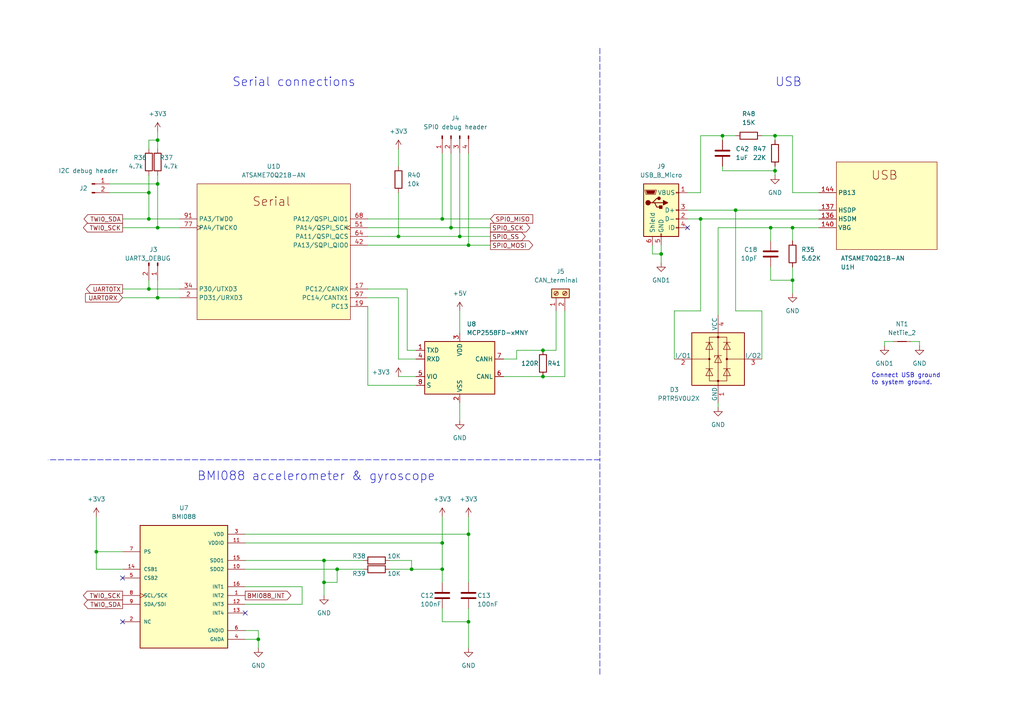
<source format=kicad_sch>
(kicad_sch (version 20211123) (generator eeschema)
  (paper "A4")
  (title_block (title "Flight Controller") (date "2023-01-29") (rev "0.1"))
  (lib_symbols
    (symbol "ATSAME70Q21B-AN_1"
      (property "Reference" "U2" (at -15.24 -5.08 0))
      (property "Value" "ATSAME70Q21B-AN_1" (at -7.62 -2.54 0))
      (symbol "ATSAME70Q21B-AN_1_1_1"
        (text "WiFi" (at 0 21.59 0) (effects (font (size 2.54 2.54))))
        (pin output line (at 21.59 13.97 180) (length 5.08) (name "PB4") (number "105"))
        (pin input line (at 21.59 8.89 180) (length 5.08) (name "PB1") (number "20"))
        (pin output clock (at 21.59 6.35 180) (length 5.08) (name "PB0/RTCOUT0") (number "21"))
        (pin output line (at 21.59 11.43 180) (length 5.08) (name "PB2") (number "26"))
      )
      (symbol "ATSAME70Q21B-AN_1_2_1"
        (text "ISI" (at 0 33.02 0) (effects (font (size 2.54 2.54))))
        (pin bidirectional line (at 21.59 27.94 180) (length 5.08) (name "PA6/PCK0") (number "114"))
        (pin bidirectional line (at -22.86 22.86 0) (length 5.08) (name "PB3/ISI_D2") (number "31"))
        (pin bidirectional line (at 21.59 8.89 180) (length 5.08) (name "PA21") (number "32"))
        (pin bidirectional line (at 21.59 6.35 180) (length 5.08) (name "PA22") (number "37"))
        (pin bidirectional line (at 21.59 15.24 180) (length 5.08) (name "PD25/ISI_VREF") (number "52"))
        (pin bidirectional line (at 21.59 17.78 180) (length 5.08) (name "PD24/ISI_HSYNC") (number "55"))
        (pin bidirectional line (at 21.59 22.86 180) (length 5.08) (name "PA24/ISI_PCK") (number "56"))
        (pin bidirectional line (at -22.86 27.94 0) (length 5.08) (name "PD22/ISI_D0") (number "60"))
        (pin bidirectional line (at -22.86 25.4 0) (length 5.08) (name "PD21/ISI_D1") (number "63"))
        (pin bidirectional line (at -22.86 10.16 0) (length 5.08) (name "PA27/ISI_D7") (number "70"))
        (pin bidirectional line (at -22.86 17.78 0) (length 5.08) (name "PA5/ISI_D4") (number "73"))
        (pin bidirectional line (at -22.86 20.32 0) (length 5.08) (name "PA9/ISI_D3") (number "75"))
        (pin bidirectional line (at -22.86 12.7 0) (length 5.08) (name "PD12/ISI_D6") (number "92"))
        (pin bidirectional line (at -22.86 15.24 0) (length 5.08) (name "PD11/ISI_D5") (number "98"))
      )
      (symbol "ATSAME70Q21B-AN_1_3_1"
        (text "SDRAM" (at 0 54.61 0) (effects (font (size 2.54 2.54))))
        (pin bidirectional line (at 22.86 22.86 180) (length 5.08) (name "PE3/D11") (number "10"))
        (pin bidirectional line (at 22.86 5.08 180) (length 5.08) (name "PD15/NBS1") (number "106"))
        (pin bidirectional line (at -24.13 5.08 0) (length 5.08) (name "PD29/SDWE") (number "108"))
        (pin bidirectional line (at 22.86 50.8 180) (length 5.08) (name "PC0/D0") (number "11"))
        (pin bidirectional line (at 22.86 7.62 180) (length 5.08) (name "PC18/NBS0") (number "111"))
        (pin bidirectional line (at -24.13 33.02 0) (length 5.08) (name "PC27/A9") (number "12"))
        (pin bidirectional line (at -24.13 50.8 0) (length 5.08) (name "PC20/A2") (number "120"))
        (pin bidirectional line (at -24.13 48.26 0) (length 5.08) (name "PC21/A3") (number "122"))
        (pin bidirectional line (at -24.13 45.72 0) (length 5.08) (name "PC22/A4") (number "124"))
        (pin bidirectional line (at -24.13 43.18 0) (length 5.08) (name "PC23/A5") (number "127"))
        (pin bidirectional line (at -24.13 35.56 0) (length 5.08) (name "PC26/A8") (number "13"))
        (pin bidirectional line (at -24.13 40.64 0) (length 5.08) (name "PC24/A6") (number "130"))
        (pin bidirectional line (at -24.13 38.1 0) (length 5.08) (name "PC25/A7") (number "133"))
        (pin bidirectional line (at -24.13 27.94 0) (length 5.08) (name "PC29/A11") (number "16"))
        (pin bidirectional line (at -24.13 12.7 0) (length 5.08) (name "PC15/SDCS") (number "18"))
        (pin bidirectional line (at -24.13 22.86 0) (length 5.08) (name "PA20/BA0") (number "22"))
        (pin bidirectional line (at 22.86 20.32 180) (length 5.08) (name "PE4/D12") (number "27"))
        (pin bidirectional line (at 22.86 17.78 180) (length 5.08) (name "PE5/D13") (number "28"))
        (pin bidirectional line (at 22.86 48.26 180) (length 5.08) (name "PC1/D1") (number "38"))
        (pin bidirectional line (at 22.86 45.72 180) (length 5.08) (name "PC2/D2") (number "39"))
        (pin bidirectional line (at 22.86 30.48 180) (length 5.08) (name "PE0/D8") (number "4"))
        (pin bidirectional line (at 22.86 43.18 180) (length 5.08) (name "PC3/D3") (number "40"))
        (pin bidirectional line (at 22.86 40.64 180) (length 5.08) (name "PC4/D4") (number "41"))
        (pin bidirectional line (at 22.86 12.7 180) (length 5.08) (name "PA16/D15") (number "45"))
        (pin bidirectional line (at 22.86 33.02 180) (length 5.08) (name "PC7/D7") (number "48"))
        (pin bidirectional line (at 22.86 15.24 180) (length 5.08) (name "PA15/D14") (number "49"))
        (pin bidirectional line (at 22.86 35.56 180) (length 5.08) (name "PC6/D6") (number "54"))
        (pin bidirectional line (at -24.13 17.78 0) (length 5.08) (name "PD23/SDCK") (number "57"))
        (pin bidirectional line (at 22.86 38.1 180) (length 5.08) (name "PC5/D5") (number "58"))
        (pin bidirectional line (at 22.86 27.94 180) (length 5.08) (name "PE1/D9") (number "6"))
        (pin bidirectional line (at 22.86 25.4 180) (length 5.08) (name "PE2/D10") (number "7"))
        (pin bidirectional line (at -24.13 7.62 0) (length 5.08) (name "PD17/CAS") (number "74"))
        (pin bidirectional line (at -24.13 30.48 0) (length 5.08) (name "PC28/A10") (number "76"))
        (pin bidirectional line (at -24.13 10.16 0) (length 5.08) (name "PD16/RAS") (number "78"))
        (pin bidirectional line (at -24.13 15.24 0) (length 5.08) (name "PD14/SDCKE") (number "84"))
        (pin bidirectional line (at -24.13 25.4 0) (length 5.08) (name "PD13/SDA10") (number "88"))
      )
      (symbol "ATSAME70Q21B-AN_1_4_1"
        (text "Serial" (at 0 34.29 0) (effects (font (size 2.54 2.54))))
        (pin input line (at 27.94 8.89 180) (length 5.08) (name "PC12/CANRX") (number "17"))
        (pin output line (at 27.94 3.81 180) (length 5.08) (name "PC13") (number "19"))
        (pin input line (at -26.67 6.35 0) (length 5.08) (name "PD31/URXD3") (number "2"))
        (pin output line (at -26.67 8.89 0) (length 5.08) (name "P30/UTXD3") (number "34"))
        (pin output line (at 27.94 21.59 180) (length 5.08) (name "PA13/SQPI_QIO0") (number "42"))
        (pin output clock (at 27.94 26.67 180) (length 5.08) (name "PA14/QSPI_SCK") (number "51"))
        (pin output line (at 27.94 24.13 180) (length 5.08) (name "PA11/QSPI_QCS") (number "64"))
        (pin input line (at 27.94 29.21 180) (length 5.08) (name "PA12/QSPI_QIO1") (number "68"))
        (pin output clock (at -26.67 26.67 0) (length 5.08) (name "PA4/TWCK0") (number "77"))
        (pin bidirectional line (at -26.67 29.21 0) (length 5.08) (name "PA3/TWD0") (number "91"))
        (pin output line (at 27.94 6.35 180) (length 5.08) (name "PC14/CANTX1") (number "97"))
      )
      (symbol "ATSAME70Q21B-AN_1_5_1"
        (text "Debug" (at 0 31.75 0) (effects (font (size 2.54 2.54))))
        (pin input line (at -24.13 17.78 0) (length 5.08) (name "JTAGSEL") (number "104"))
        (pin bidirectional line (at -24.13 5.08 0) (length 5.08) (name "PB5/TRACESWO") (number "109"))
        (pin output clock (at 22.86 15.24 180) (length 5.08) (name "PD8/TRACEDCLK") (number "113"))
        (pin input line (at 22.86 17.78 180) (length 5.08) (name "PD7/TRACED3") (number "119"))
        (pin input line (at 22.86 20.32 180) (length 5.08) (name "PD6/TRACED2") (number "121"))
        (pin input line (at 22.86 22.86 180) (length 5.08) (name "PD5/TRACED1") (number "125"))
        (pin input line (at 22.86 25.4 180) (length 5.08) (name "PD4/TRACED0") (number "126"))
        (pin bidirectional line (at -24.13 7.62 0) (length 5.08) (name "PB6/SWIO") (number "79"))
        (pin bidirectional line (at -24.13 25.4 0) (length 5.08) (name "NRST") (number "83"))
        (pin input line (at -24.13 22.86 0) (length 5.08) (name "TST") (number "85"))
        (pin input clock (at -24.13 10.16 0) (length 5.08) (name "PB7/SWCLK") (number "89"))
      )
      (symbol "ATSAME70Q21B-AN_1_6_1"
        (text "Power" (at -1.27 43.18 0) (effects (font (size 2.54 2.54))))
        (pin passive line (at 19.05 16.51 180) (length 5.08) hide (name "VDDCORE") (number "107"))
        (pin passive line (at 19.05 3.81 180) (length 5.08) hide (name "GND") (number "115"))
        (pin power_in line (at 19.05 13.97 180) (length 5.08) (name "VDDPLL") (number "123"))
        (pin power_in line (at 19.05 34.29 180) (length 5.08) (name "VDDUTMII") (number "134"))
        (pin passive line (at 19.05 3.81 180) (length 5.08) hide (name "GND") (number "135"))
        (pin passive line (at 19.05 3.81 180) (length 5.08) hide (name "GND") (number "138"))
        (pin power_in line (at 19.05 11.43 180) (length 5.08) (name "VDDUTMIC") (number "139"))
        (pin power_in line (at 19.05 31.75 180) (length 5.08) (name "VDDPLLUSB") (number "143"))
        (pin power_in line (at 19.05 16.51 180) (length 5.08) (name "VDDCORE") (number "29"))
        (pin power_out line (at 19.05 19.05 180) (length 5.08) (name "VDDOUT") (number "3"))
        (pin power_in line (at 19.05 29.21 180) (length 5.08) (name "VDDIO") (number "30"))
        (pin passive line (at 19.05 16.51 180) (length 5.08) hide (name "VDDCORE") (number "33"))
        (pin passive line (at 19.05 29.21 180) (length 5.08) hide (name "VDDIO") (number "43"))
        (pin power_in line (at 19.05 3.81 180) (length 5.08) (name "GND") (number "44"))
        (pin power_in line (at 19.05 24.13 180) (length 5.08) (name "VDDIN") (number "5"))
        (pin passive line (at 19.05 16.51 180) (length 5.08) hide (name "VDDCORE") (number "50"))
        (pin passive line (at 19.05 3.81 180) (length 5.08) hide (name "GND") (number "61"))
        (pin passive line (at 19.05 29.21 180) (length 5.08) hide (name "VDDIO") (number "72"))
        (pin power_in line (at -22.86 3.81 0) (length 5.08) (name "VREFN") (number "8"))
        (pin passive line (at 19.05 29.21 180) (length 5.08) hide (name "VDDIO") (number "80"))
        (pin passive line (at 19.05 16.51 180) (length 5.08) hide (name "VDDCORE") (number "81"))
        (pin power_in line (at -22.86 6.35 0) (length 5.08) (name "VREFP") (number "9"))
        (pin passive line (at 19.05 3.81 180) (length 5.08) hide (name "GND") (number "95"))
        (pin passive line (at 19.05 29.21 180) (length 5.08) hide (name "VDDIO") (number "96"))
      )
      (symbol "ATSAME70Q21B-AN_1_7_1"
        (text "GPIO/EXTI" (at -1.27 62.23 0) (effects (font (size 2.54 2.54))))
        (pin bidirectional line (at 31.75 34.29 180) (length 5.08) (name "PD0") (number "1"))
        (pin bidirectional line (at 31.75 49.53 180) (length 5.08) (name "PC16") (number "100"))
        (pin bidirectional line (at 31.75 21.59 180) (length 5.08) (name "PD10") (number "101"))
        (pin bidirectional line (at -33.02 46.99 0) (length 5.08) (name "PA0") (number "102"))
        (pin bidirectional line (at 31.75 46.99 180) (length 5.08) (name "PC17") (number "103"))
        (pin bidirectional line (at 31.75 24.13 180) (length 5.08) (name "PD9") (number "110"))
        (pin bidirectional line (at -33.02 21.59 0) (length 5.08) (name "PA28") (number "112"))
        (pin bidirectional line (at -33.02 16.51 0) (length 5.08) (name "PA30") (number "116"))
        (pin bidirectional line (at 31.75 44.45 180) (length 5.08) (name "PC19") (number "117"))
        (pin bidirectional line (at -33.02 13.97 0) (length 5.08) (name "PA31") (number "118"))
        (pin bidirectional line (at 31.75 26.67 180) (length 5.08) (name "PD3") (number "128"))
        (pin bidirectional line (at -33.02 19.05 0) (length 5.08) (name "PA29") (number "129"))
        (pin bidirectional line (at 31.75 29.21 180) (length 5.08) (name "PD2") (number "131"))
        (pin bidirectional line (at 31.75 31.75 180) (length 5.08) (name "PD1") (number "132"))
        (pin bidirectional line (at 31.75 39.37 180) (length 5.08) (name "PC31") (number "14"))
        (pin bidirectional line (at 31.75 41.91 180) (length 5.08) (name "PC30") (number "15"))
        (pin bidirectional line (at -33.02 31.75 0) (length 5.08) (name "PA19") (number "23"))
        (pin bidirectional line (at -33.02 34.29 0) (length 5.08) (name "PA18") (number "24"))
        (pin bidirectional line (at -33.02 36.83 0) (length 5.08) (name "PA17") (number "25"))
        (pin bidirectional line (at -33.02 29.21 0) (length 5.08) (name "PA23") (number "46"))
        (pin bidirectional line (at 31.75 8.89 180) (length 5.08) (name "PD27") (number "47"))
        (pin bidirectional line (at 31.75 11.43 180) (length 5.08) (name "PD26") (number "53"))
        (pin bidirectional line (at -33.02 26.67 0) (length 5.08) (name "PA25") (number "59"))
        (pin bidirectional line (at -33.02 24.13 0) (length 5.08) (name "PA26") (number "62"))
        (pin bidirectional line (at 31.75 13.97 180) (length 5.08) (name "PD20") (number "65"))
        (pin bidirectional line (at -33.02 39.37 0) (length 5.08) (name "PA10") (number "66"))
        (pin bidirectional line (at 31.75 16.51 180) (length 5.08) (name "PD19") (number "67"))
        (pin bidirectional line (at 31.75 19.05 180) (length 5.08) (name "PD18") (number "69"))
        (pin bidirectional line (at 31.75 6.35 180) (length 5.08) (name "PD28") (number "71"))
        (pin bidirectional line (at 31.75 59.69 180) (length 5.08) (name "PC8") (number "82"))
        (pin bidirectional line (at 31.75 57.15 180) (length 5.08) (name "PC9") (number "86"))
        (pin bidirectional line (at -33.02 8.89 0) (length 5.08) (name "PB12/ERASE") (number "87"))
        (pin bidirectional line (at 31.75 54.61 180) (length 5.08) (name "PC10") (number "90"))
        (pin bidirectional line (at -33.02 41.91 0) (length 5.08) (name "PA2") (number "93"))
        (pin bidirectional line (at 31.75 52.07 180) (length 5.08) (name "PC11") (number "94"))
        (pin bidirectional line (at -33.02 44.45 0) (length 5.08) (name "PA1") (number "99"))
      )
      (symbol "ATSAME70Q21B-AN_1_8_1"
        (text "USB" (at 0 21.59 0) (effects (font (size 2.54 2.54))))
        (pin bidirectional line (at -19.05 8.89 0) (length 5.08) (name "HSDM") (number "136"))
        (pin bidirectional line (at -19.05 11.43 0) (length 5.08) (name "HSDP") (number "137"))
        (pin input line (at -19.05 6.35 0) (length 5.08) (name "VBG") (number "140"))
        (pin bidirectional line (at -19.05 16.51 0) (length 5.08) (name "PB13") (number "144"))
      )
      (symbol "ATSAME70Q21B-AN_1_9_1"
        (text "Crystals" (at 0 13.97 0) (effects (font (size 2.54 2.54))))
        (pin bidirectional line (at 21.59 7.62 180) (length 5.08) (name "PB8/XOUT") (number "141"))
        (pin bidirectional line (at 21.59 5.08 180) (length 5.08) (name "PB9/XIN") (number "142"))
        (pin bidirectional line (at -21.59 7.62 0) (length 5.08) (name "PA7/XIN32") (number "35"))
        (pin bidirectional line (at -21.59 5.08 0) (length 5.08) (name "PA8/XOUT32") (number "36"))
      )
    )
    (symbol "BMI088:BMI088" (pin_names (offset 1.016))
      (property "Reference" "U" (at -12.7 18.415 0))
      (property "Value" "BMI088" (at -12.7 -20.32 0))
      (symbol "BMI088_0_0"
        (pin bidirectional line (at 17.78 -2.54 180) (length 5.08) (name "INT2") (number "1"))
        (pin input line (at 17.78 5.08 180) (length 5.08) (name "SDO2") (number "10"))
        (pin power_in line (at 17.78 12.7 180) (length 5.08) (name "VDDIO") (number "11"))
        (pin bidirectional line (at 17.78 -5.08 180) (length 5.08) (name "INT3") (number "12"))
        (pin bidirectional line (at 17.78 -7.62 180) (length 5.08) (name "INT4") (number "13"))
        (pin input line (at -17.78 5.08 0) (length 5.08) (name "CSB1") (number "14"))
        (pin input line (at 17.78 7.62 180) (length 5.08) (name "SDO1") (number "15"))
        (pin bidirectional line (at 17.78 0 180) (length 5.08) (name "INT1") (number "16"))
        (pin passive line (at -17.78 -10.16 0) (length 5.08) (name "NC") (number "2"))
        (pin power_in line (at 17.78 15.24 180) (length 5.08) (name "VDD") (number "3"))
        (pin power_in line (at 17.78 -15.24 180) (length 5.08) (name "GNDA") (number "4"))
        (pin input line (at -17.78 2.54 0) (length 5.08) (name "CSB2") (number "5"))
        (pin power_in line (at 17.78 -12.7 180) (length 5.08) (name "GNDIO") (number "6"))
        (pin input line (at -17.78 10.16 0) (length 5.08) (name "PS") (number "7"))
        (pin input clock (at -17.78 -2.54 0) (length 5.08) (name "SCL/SCK") (number "8"))
        (pin bidirectional line (at -17.78 -5.08 0) (length 5.08) (name "SDA/SDI") (number "9"))
      )
    )
    (symbol "Connector:Conn_01x02_Male" (pin_names (offset 1.016) hide)
      (property "Reference" "J" (at 0 2.54 0))
      (property "Value" "Conn_01x02_Male" (at 0 -5.08 0))
      (symbol "Conn_01x02_Male_1_1"
        (pin passive line (at 5.08 0 180) (length 3.81) (name "Pin_1") (number "1"))
        (pin passive line (at 5.08 -2.54 180) (length 3.81) (name "Pin_2") (number "2"))
      )
    )
    (symbol "Connector:Conn_01x04_Male" (pin_names (offset 1.016) hide)
      (property "Reference" "J" (at 0 5.08 0))
      (property "Value" "Conn_01x04_Male" (at 0 -7.62 0))
      (symbol "Conn_01x04_Male_1_1"
        (pin passive line (at 5.08 2.54 180) (length 3.81) (name "Pin_1") (number "1"))
        (pin passive line (at 5.08 0 180) (length 3.81) (name "Pin_2") (number "2"))
        (pin passive line (at 5.08 -2.54 180) (length 3.81) (name "Pin_3") (number "3"))
        (pin passive line (at 5.08 -5.08 180) (length 3.81) (name "Pin_4") (number "4"))
      )
    )
    (symbol "Connector:Screw_Terminal_01x02" (pin_names (offset 1.016) hide)
      (property "Reference" "J" (at 0 2.54 0))
      (property "Value" "Screw_Terminal_01x02" (at 0 -5.08 0))
      (symbol "Screw_Terminal_01x02_1_1"
        (pin passive line (at -5.08 0 0) (length 3.81) (name "Pin_1") (number "1"))
        (pin passive line (at -5.08 -2.54 0) (length 3.81) (name "Pin_2") (number "2"))
      )
    )
    (symbol "Connector:USB_B_Micro" (pin_names (offset 1.016))
      (property "Reference" "J" (at -5.08 11.43 0))
      (property "Value" "USB_B_Micro" (at -5.08 8.89 0))
      (symbol "USB_B_Micro_1_1"
        (pin power_out line (at 7.62 5.08 180) (length 2.54) (name "VBUS") (number "1"))
        (pin bidirectional line (at 7.62 -2.54 180) (length 2.54) (name "D-") (number "2"))
        (pin bidirectional line (at 7.62 0 180) (length 2.54) (name "D+") (number "3"))
        (pin passive line (at 7.62 -5.08 180) (length 2.54) (name "ID") (number "4"))
        (pin power_out line (at 0 -10.16 90) (length 2.54) (name "GND") (number "5"))
        (pin passive line (at -2.54 -10.16 90) (length 2.54) (name "Shield") (number "6"))
      )
    )
    (symbol "Device:C" (pin_numbers hide) (pin_names (offset 0.254))
      (property "Reference" "C" (at 0.635 2.54 0))
      (property "Value" "C" (at 0.635 -2.54 0))
      (symbol "C_1_1"
        (pin passive line (at 0 3.81 270) (length 2.794) (name "~") (number "1"))
        (pin passive line (at 0 -3.81 90) (length 2.794) (name "~") (number "2"))
      )
    )
    (symbol "Device:NetTie_2" (pin_numbers hide) (pin_names (offset 0) hide) (in_bom no)
      (property "Reference" "NT" (at 0 1.27 0))
      (property "Value" "NetTie_2" (at 0 -1.27 0))
      (symbol "NetTie_2_1_1"
        (pin passive line (at -2.54 0 0) (length 2.54) (name "1") (number "1"))
        (pin passive line (at 2.54 0 180) (length 2.54) (name "2") (number "2"))
      )
    )
    (symbol "Device:R" (pin_numbers hide) (pin_names (offset 0))
      (property "Reference" "R" (at 2.032 0 90))
      (property "Value" "R" (at 0 0 90))
      (symbol "R_1_1"
        (pin passive line (at 0 3.81 270) (length 1.27) (name "~") (number "1"))
        (pin passive line (at 0 -3.81 90) (length 1.27) (name "~") (number "2"))
      )
    )
    (symbol "Power_Protection:PRTR5V0U2X" (pin_names (offset 0))
      (property "Reference" "D" (at 2.794 8.636 0))
      (property "Value" "PRTR5V0U2X" (at 8.128 -9.398 0))
      (symbol "PRTR5V0U2X_1_1"
        (pin passive line (at 0 -12.7 90) (length 5.08) (name "GND") (number "1"))
        (pin passive line (at -12.7 0 0) (length 5.08) (name "I/O1") (number "2"))
        (pin passive line (at 12.7 0 180) (length 5.08) (name "I/O2") (number "3"))
        (pin passive line (at 0 12.7 270) (length 5.08) (name "VCC") (number "4"))
      )
    )
    (symbol "atsame70q21b-an:ATSAME70Q21B-AN"
      (property "Reference" "U2" (at -15.24 -5.08 0))
      (property "Value" "ATSAME70Q21B-AN" (at -7.62 -2.54 0))
      (symbol "ATSAME70Q21B-AN_1_1"
        (text "WiFi" (at 0 21.59 0) (effects (font (size 2.54 2.54))))
        (pin output line (at 21.59 13.97 180) (length 5.08) (name "PB4") (number "105"))
        (pin input line (at 21.59 8.89 180) (length 5.08) (name "PB1") (number "20"))
        (pin output clock (at 21.59 6.35 180) (length 5.08) (name "PB0/RTCOUT0") (number "21"))
        (pin output line (at 21.59 11.43 180) (length 5.08) (name "PB2") (number "26"))
      )
      (symbol "ATSAME70Q21B-AN_2_1"
        (text "ISI" (at 0 33.02 0) (effects (font (size 2.54 2.54))))
        (pin bidirectional line (at 21.59 27.94 180) (length 5.08) (name "PA6/PCK0") (number "114"))
        (pin bidirectional line (at -22.86 22.86 0) (length 5.08) (name "PB3/ISI_D2") (number "31"))
        (pin bidirectional line (at 21.59 8.89 180) (length 5.08) (name "PA21") (number "32"))
        (pin bidirectional line (at 21.59 6.35 180) (length 5.08) (name "PA22") (number "37"))
        (pin bidirectional line (at 21.59 15.24 180) (length 5.08) (name "PD25/ISI_VREF") (number "52"))
        (pin bidirectional line (at 21.59 17.78 180) (length 5.08) (name "PD24/ISI_HSYNC") (number "55"))
        (pin bidirectional line (at 21.59 22.86 180) (length 5.08) (name "PA24/ISI_PCK") (number "56"))
        (pin bidirectional line (at -22.86 27.94 0) (length 5.08) (name "PD22/ISI_D0") (number "60"))
        (pin bidirectional line (at -22.86 25.4 0) (length 5.08) (name "PD21/ISI_D1") (number "63"))
        (pin bidirectional line (at -22.86 10.16 0) (length 5.08) (name "PA27/ISI_D7") (number "70"))
        (pin bidirectional line (at -22.86 17.78 0) (length 5.08) (name "PA5/ISI_D4") (number "73"))
        (pin bidirectional line (at -22.86 20.32 0) (length 5.08) (name "PA9/ISI_D3") (number "75"))
        (pin bidirectional line (at -22.86 12.7 0) (length 5.08) (name "PD12/ISI_D6") (number "92"))
        (pin bidirectional line (at -22.86 15.24 0) (length 5.08) (name "PD11/ISI_D5") (number "98"))
      )
      (symbol "ATSAME70Q21B-AN_3_1"
        (text "SDRAM" (at 0 54.61 0) (effects (font (size 2.54 2.54))))
        (pin bidirectional line (at 22.86 22.86 180) (length 5.08) (name "PE3/D11") (number "10"))
        (pin bidirectional line (at 22.86 5.08 180) (length 5.08) (name "PD15/NBS1") (number "106"))
        (pin bidirectional line (at -24.13 5.08 0) (length 5.08) (name "PD29/SDWE") (number "108"))
        (pin bidirectional line (at 22.86 50.8 180) (length 5.08) (name "PC0/D0") (number "11"))
        (pin bidirectional line (at 22.86 7.62 180) (length 5.08) (name "PC18/NBS0") (number "111"))
        (pin bidirectional line (at -24.13 33.02 0) (length 5.08) (name "PC27/A9") (number "12"))
        (pin bidirectional line (at -24.13 50.8 0) (length 5.08) (name "PC20/A2") (number "120"))
        (pin bidirectional line (at -24.13 48.26 0) (length 5.08) (name "PC21/A3") (number "122"))
        (pin bidirectional line (at -24.13 45.72 0) (length 5.08) (name "PC22/A4") (number "124"))
        (pin bidirectional line (at -24.13 43.18 0) (length 5.08) (name "PC23/A5") (number "127"))
        (pin bidirectional line (at -24.13 35.56 0) (length 5.08) (name "PC26/A8") (number "13"))
        (pin bidirectional line (at -24.13 40.64 0) (length 5.08) (name "PC24/A6") (number "130"))
        (pin bidirectional line (at -24.13 38.1 0) (length 5.08) (name "PC25/A7") (number "133"))
        (pin bidirectional line (at -24.13 27.94 0) (length 5.08) (name "PC29/A11") (number "16"))
        (pin bidirectional line (at -24.13 12.7 0) (length 5.08) (name "PC15/SDCS") (number "18"))
        (pin bidirectional line (at -24.13 22.86 0) (length 5.08) (name "PA20/BA0") (number "22"))
        (pin bidirectional line (at 22.86 20.32 180) (length 5.08) (name "PE4/D12") (number "27"))
        (pin bidirectional line (at 22.86 17.78 180) (length 5.08) (name "PE5/D13") (number "28"))
        (pin bidirectional line (at 22.86 48.26 180) (length 5.08) (name "PC1/D1") (number "38"))
        (pin bidirectional line (at 22.86 45.72 180) (length 5.08) (name "PC2/D2") (number "39"))
        (pin bidirectional line (at 22.86 30.48 180) (length 5.08) (name "PE0/D8") (number "4"))
        (pin bidirectional line (at 22.86 43.18 180) (length 5.08) (name "PC3/D3") (number "40"))
        (pin bidirectional line (at 22.86 40.64 180) (length 5.08) (name "PC4/D4") (number "41"))
        (pin bidirectional line (at 22.86 12.7 180) (length 5.08) (name "PA16/D15") (number "45"))
        (pin bidirectional line (at 22.86 33.02 180) (length 5.08) (name "PC7/D7") (number "48"))
        (pin bidirectional line (at 22.86 15.24 180) (length 5.08) (name "PA15/D14") (number "49"))
        (pin bidirectional line (at 22.86 35.56 180) (length 5.08) (name "PC6/D6") (number "54"))
        (pin bidirectional line (at -24.13 17.78 0) (length 5.08) (name "PD23/SDCK") (number "57"))
        (pin bidirectional line (at 22.86 38.1 180) (length 5.08) (name "PC5/D5") (number "58"))
        (pin bidirectional line (at 22.86 27.94 180) (length 5.08) (name "PE1/D9") (number "6"))
        (pin bidirectional line (at 22.86 25.4 180) (length 5.08) (name "PE2/D10") (number "7"))
        (pin bidirectional line (at -24.13 7.62 0) (length 5.08) (name "PD17/CAS") (number "74"))
        (pin bidirectional line (at -24.13 30.48 0) (length 5.08) (name "PC28/A10") (number "76"))
        (pin bidirectional line (at -24.13 10.16 0) (length 5.08) (name "PD16/RAS") (number "78"))
        (pin bidirectional line (at -24.13 15.24 0) (length 5.08) (name "PD14/SDCKE") (number "84"))
        (pin bidirectional line (at -24.13 25.4 0) (length 5.08) (name "PD13/SDA10") (number "88"))
      )
      (symbol "ATSAME70Q21B-AN_4_1"
        (text "Serial" (at 0 34.29 0) (effects (font (size 2.54 2.54))))
        (pin input line (at 27.94 8.89 180) (length 5.08) (name "PC12/CANRX") (number "17"))
        (pin output line (at 27.94 3.81 180) (length 5.08) (name "PC13") (number "19"))
        (pin input line (at -26.67 6.35 0) (length 5.08) (name "PD31/URXD3") (number "2"))
        (pin output line (at -26.67 8.89 0) (length 5.08) (name "P30/UTXD3") (number "34"))
        (pin output line (at 27.94 21.59 180) (length 5.08) (name "PA13/SQPI_QIO0") (number "42"))
        (pin output clock (at 27.94 26.67 180) (length 5.08) (name "PA14/QSPI_SCK") (number "51"))
        (pin output line (at 27.94 24.13 180) (length 5.08) (name "PA11/QSPI_QCS") (number "64"))
        (pin input line (at 27.94 29.21 180) (length 5.08) (name "PA12/QSPI_QIO1") (number "68"))
        (pin output clock (at -26.67 26.67 0) (length 5.08) (name "PA4/TWCK0") (number "77"))
        (pin bidirectional line (at -26.67 29.21 0) (length 5.08) (name "PA3/TWD0") (number "91"))
        (pin output line (at 27.94 6.35 180) (length 5.08) (name "PC14/CANTX1") (number "97"))
      )
      (symbol "ATSAME70Q21B-AN_5_1"
        (text "Debug" (at 0 31.75 0) (effects (font (size 2.54 2.54))))
        (pin input line (at -24.13 17.78 0) (length 5.08) (name "JTAGSEL") (number "104"))
        (pin bidirectional line (at -24.13 5.08 0) (length 5.08) (name "PB5/TRACESWO") (number "109"))
        (pin output clock (at 22.86 15.24 180) (length 5.08) (name "PD8/TRACEDCLK") (number "113"))
        (pin input line (at 22.86 17.78 180) (length 5.08) (name "PD7/TRACED3") (number "119"))
        (pin input line (at 22.86 20.32 180) (length 5.08) (name "PD6/TRACED2") (number "121"))
        (pin input line (at 22.86 22.86 180) (length 5.08) (name "PD5/TRACED1") (number "125"))
        (pin input line (at 22.86 25.4 180) (length 5.08) (name "PD4/TRACED0") (number "126"))
        (pin bidirectional line (at -24.13 7.62 0) (length 5.08) (name "PB6/SWIO") (number "79"))
        (pin bidirectional line (at -24.13 25.4 0) (length 5.08) (name "NRST") (number "83"))
        (pin input line (at -24.13 22.86 0) (length 5.08) (name "TST") (number "85"))
        (pin input clock (at -24.13 10.16 0) (length 5.08) (name "PB7/SWCLK") (number "89"))
      )
      (symbol "ATSAME70Q21B-AN_6_1"
        (text "Power" (at -1.27 43.18 0) (effects (font (size 2.54 2.54))))
        (pin passive line (at 19.05 16.51 180) (length 5.08) hide (name "VDDCORE") (number "107"))
        (pin passive line (at 19.05 3.81 180) (length 5.08) hide (name "GND") (number "115"))
        (pin power_in line (at 19.05 13.97 180) (length 5.08) (name "VDDPLL") (number "123"))
        (pin power_in line (at 19.05 34.29 180) (length 5.08) (name "VDDUTMII") (number "134"))
        (pin passive line (at 19.05 3.81 180) (length 5.08) hide (name "GND") (number "135"))
        (pin passive line (at 19.05 3.81 180) (length 5.08) hide (name "GND") (number "138"))
        (pin power_in line (at 19.05 11.43 180) (length 5.08) (name "VDDUTMIC") (number "139"))
        (pin power_in line (at 19.05 31.75 180) (length 5.08) (name "VDDPLLUSB") (number "143"))
        (pin power_in line (at 19.05 16.51 180) (length 5.08) (name "VDDCORE") (number "29"))
        (pin power_out line (at 19.05 19.05 180) (length 5.08) (name "VDDOUT") (number "3"))
        (pin power_in line (at 19.05 29.21 180) (length 5.08) (name "VDDIO") (number "30"))
        (pin passive line (at 19.05 16.51 180) (length 5.08) hide (name "VDDCORE") (number "33"))
        (pin passive line (at 19.05 29.21 180) (length 5.08) hide (name "VDDIO") (number "43"))
        (pin power_in line (at 19.05 3.81 180) (length 5.08) (name "GND") (number "44"))
        (pin power_in line (at 19.05 24.13 180) (length 5.08) (name "VDDIN") (number "5"))
        (pin passive line (at 19.05 16.51 180) (length 5.08) hide (name "VDDCORE") (number "50"))
        (pin passive line (at 19.05 3.81 180) (length 5.08) hide (name "GND") (number "61"))
        (pin passive line (at 19.05 29.21 180) (length 5.08) hide (name "VDDIO") (number "72"))
        (pin power_in line (at -22.86 3.81 0) (length 5.08) (name "VREFN") (number "8"))
        (pin passive line (at 19.05 29.21 180) (length 5.08) hide (name "VDDIO") (number "80"))
        (pin passive line (at 19.05 16.51 180) (length 5.08) hide (name "VDDCORE") (number "81"))
        (pin power_in line (at -22.86 6.35 0) (length 5.08) (name "VREFP") (number "9"))
        (pin passive line (at 19.05 3.81 180) (length 5.08) hide (name "GND") (number "95"))
        (pin passive line (at 19.05 29.21 180) (length 5.08) hide (name "VDDIO") (number "96"))
      )
      (symbol "ATSAME70Q21B-AN_7_1"
        (text "GPIO/EXTI" (at -1.27 62.23 0) (effects (font (size 2.54 2.54))))
        (pin bidirectional line (at 31.75 34.29 180) (length 5.08) (name "PD0") (number "1"))
        (pin bidirectional line (at 31.75 49.53 180) (length 5.08) (name "PC16") (number "100"))
        (pin bidirectional line (at 31.75 21.59 180) (length 5.08) (name "PD10") (number "101"))
        (pin bidirectional line (at -33.02 46.99 0) (length 5.08) (name "PA0") (number "102"))
        (pin bidirectional line (at 31.75 46.99 180) (length 5.08) (name "PC17") (number "103"))
        (pin bidirectional line (at 31.75 24.13 180) (length 5.08) (name "PD9") (number "110"))
        (pin bidirectional line (at -33.02 21.59 0) (length 5.08) (name "PA28") (number "112"))
        (pin bidirectional line (at -33.02 16.51 0) (length 5.08) (name "PA30") (number "116"))
        (pin bidirectional line (at 31.75 44.45 180) (length 5.08) (name "PC19") (number "117"))
        (pin bidirectional line (at -33.02 13.97 0) (length 5.08) (name "PA31") (number "118"))
        (pin bidirectional line (at 31.75 26.67 180) (length 5.08) (name "PD3") (number "128"))
        (pin bidirectional line (at -33.02 19.05 0) (length 5.08) (name "PA29") (number "129"))
        (pin bidirectional line (at 31.75 29.21 180) (length 5.08) (name "PD2") (number "131"))
        (pin bidirectional line (at 31.75 31.75 180) (length 5.08) (name "PD1") (number "132"))
        (pin bidirectional line (at 31.75 39.37 180) (length 5.08) (name "PC31") (number "14"))
        (pin bidirectional line (at 31.75 41.91 180) (length 5.08) (name "PC30") (number "15"))
        (pin bidirectional line (at -33.02 31.75 0) (length 5.08) (name "PA19") (number "23"))
        (pin bidirectional line (at -33.02 34.29 0) (length 5.08) (name "PA18") (number "24"))
        (pin bidirectional line (at -33.02 36.83 0) (length 5.08) (name "PA17") (number "25"))
        (pin bidirectional line (at -33.02 29.21 0) (length 5.08) (name "PA23") (number "46"))
        (pin bidirectional line (at 31.75 8.89 180) (length 5.08) (name "PD27") (number "47"))
        (pin bidirectional line (at 31.75 11.43 180) (length 5.08) (name "PD26") (number "53"))
        (pin bidirectional line (at -33.02 26.67 0) (length 5.08) (name "PA25") (number "59"))
        (pin bidirectional line (at -33.02 24.13 0) (length 5.08) (name "PA26") (number "62"))
        (pin bidirectional line (at 31.75 13.97 180) (length 5.08) (name "PD20") (number "65"))
        (pin bidirectional line (at -33.02 39.37 0) (length 5.08) (name "PA10") (number "66"))
        (pin bidirectional line (at 31.75 16.51 180) (length 5.08) (name "PD19") (number "67"))
        (pin bidirectional line (at 31.75 19.05 180) (length 5.08) (name "PD18") (number "69"))
        (pin bidirectional line (at 31.75 6.35 180) (length 5.08) (name "PD28") (number "71"))
        (pin bidirectional line (at 31.75 59.69 180) (length 5.08) (name "PC8") (number "82"))
        (pin bidirectional line (at 31.75 57.15 180) (length 5.08) (name "PC9") (number "86"))
        (pin bidirectional line (at -33.02 8.89 0) (length 5.08) (name "PB12/ERASE") (number "87"))
        (pin bidirectional line (at 31.75 54.61 180) (length 5.08) (name "PC10") (number "90"))
        (pin bidirectional line (at -33.02 41.91 0) (length 5.08) (name "PA2") (number "93"))
        (pin bidirectional line (at 31.75 52.07 180) (length 5.08) (name "PC11") (number "94"))
        (pin bidirectional line (at -33.02 44.45 0) (length 5.08) (name "PA1") (number "99"))
      )
      (symbol "ATSAME70Q21B-AN_8_1"
        (text "USB" (at 0 21.59 0) (effects (font (size 2.54 2.54))))
        (pin bidirectional line (at -19.05 8.89 0) (length 5.08) (name "HSDM") (number "136"))
        (pin bidirectional line (at -19.05 11.43 0) (length 5.08) (name "HSDP") (number "137"))
        (pin input line (at -19.05 6.35 0) (length 5.08) (name "VBG") (number "140"))
        (pin bidirectional line (at -19.05 16.51 0) (length 5.08) (name "PB13") (number "144"))
      )
      (symbol "ATSAME70Q21B-AN_9_1"
        (text "Crystals" (at 0 13.97 0) (effects (font (size 2.54 2.54))))
        (pin bidirectional line (at 21.59 7.62 180) (length 5.08) (name "PB8/XOUT") (number "141"))
        (pin bidirectional line (at 21.59 5.08 180) (length 5.08) (name "PB9/XIN") (number "142"))
        (pin bidirectional line (at -21.59 7.62 0) (length 5.08) (name "PA7/XIN32") (number "35"))
        (pin bidirectional line (at -21.59 5.08 0) (length 5.08) (name "PA8/XOUT32") (number "36"))
      )
    )
    (symbol "mcp2558fd-xmny:MCP2558FD-xMNY"
      (property "Reference" "U1" (at 2.0194 12.7 0))
      (property "Value" "MCP2558FD-xMNY" (at 2.0194 10.16 0))
      (symbol "MCP2558FD-xMNY_1_1"
        (pin output line (at -12.7 5.08 0) (length 2.54) (name "TXD") (number "1"))
        (pin power_in line (at 0 -10.16 90) (length 2.54) (name "VSS") (number "2"))
        (pin power_in line (at 0 10.16 270) (length 2.54) (name "VDD") (number "3"))
        (pin input line (at -12.7 2.54 0) (length 2.54) (name "RXD") (number "4"))
        (pin power_in line (at -12.7 -2.54 0) (length 2.54) (name "VIO") (number "5"))
        (pin bidirectional line (at 12.7 -2.54 180) (length 2.54) (name "CANL") (number "6"))
        (pin bidirectional line (at 12.7 2.54 180) (length 2.54) (name "CANH") (number "7"))
        (pin input line (at -12.7 -5.08 0) (length 2.54) (name "S") (number "8"))
        (pin passive line (at 0 -10.16 90) (length 2.54) hide (name "VSS") (number "9"))
      )
    )
    (symbol "power:+3V3" (power) (pin_names (offset 0))
      (property "Value" "+3V3" (at 0 3.556 0))
      (symbol "+3V3_1_1"
        (pin power_in line (at 0 0 90) (length 0) hide (name "+3V3") (number "1"))
      )
    )
    (symbol "power:+5V" (power) (pin_names (offset 0))
      (property "Value" "+5V" (at 0 3.556 0))
      (symbol "+5V_1_1"
        (pin power_in line (at 0 0 90) (length 0) hide (name "+5V") (number "1"))
      )
    )
    (symbol "power:GND" (power) (pin_names (offset 0))
      (property "Value" "GND" (at 0 -3.81 0))
      (symbol "GND_1_1"
        (pin power_in line (at 0 0 270) (length 0) hide (name "GND") (number "1"))
      )
    )
    (symbol "power:GND1" (power) (pin_names (offset 0))
      (property "Value" "GND1" (at 0 -3.81 0))
      (symbol "GND1_1_1"
        (pin power_in line (at 0 0 270) (length 0) hide (name "GND1") (number "1"))
      )
    )
  )
  (junction (at 27.94 160.02))
  (junction (at 135.89 180.34))
  (junction (at 43.18 55.88))
  (junction (at 74.93 185.42))
  (junction (at 45.72 40.64))
  (junction (at 45.72 53.34))
  (junction (at 191.77 73.66))
  (junction (at 157.48 101.6))
  (junction (at 209.55 39.37))
  (junction (at 130.81 66.04))
  (junction (at 93.98 162.56))
  (junction (at 45.72 66.04))
  (junction (at 128.27 165.1))
  (junction (at 97.79 165.1))
  (junction (at 229.87 81.28))
  (junction (at 43.18 63.5))
  (junction (at 224.79 39.37))
  (junction (at 203.2 63.5))
  (junction (at 119.38 165.1))
  (junction (at 135.89 71.12))
  (junction (at 93.98 168.91))
  (junction (at 43.18 83.82))
  (junction (at 223.52 66.04))
  (junction (at 213.36 60.96))
  (junction (at 45.72 86.36))
  (junction (at 115.57 68.58))
  (junction (at 224.79 49.53))
  (junction (at 135.89 154.94))
  (junction (at 128.27 63.5))
  (junction (at 128.27 157.48))
  (junction (at 157.48 109.22))
  (junction (at 229.87 66.04))
  (junction (at 133.35 68.58))
  (no_connect (at 71.12 177.8))
  (no_connect (at 35.56 167.64))
  (no_connect (at 199.39 66.04))
  (no_connect (at 35.56 180.34))
  (wire (pts (xy 213.36 60.96) (xy 213.36 90.17)))
  (wire (pts (xy 203.2 63.5) (xy 203.2 90.17)))
  (wire (pts (xy 52.07 66.04) (xy 45.72 66.04)))
  (wire (pts (xy 229.87 55.88) (xy 229.87 39.37)))
  (wire (pts (xy 52.07 63.5) (xy 43.18 63.5)))
  (wire (pts (xy 208.28 91.44) (xy 208.28 66.04)))
  (wire (pts (xy 135.89 44.45) (xy 135.89 71.12)))
  (wire (pts (xy 113.03 165.1) (xy 119.38 165.1)))
  (wire (pts (xy 71.12 165.1) (xy 97.79 165.1)))
  (wire (pts (xy 133.35 116.84) (xy 133.35 121.92)))
  (wire (pts (xy 135.89 154.94) (xy 135.89 168.91)))
  (wire (pts (xy 71.12 185.42) (xy 74.93 185.42)))
  (wire (pts (xy 106.68 71.12) (xy 135.89 71.12)))
  (polyline (pts (xy 173.99 13.97) (xy 173.99 133.35)))
  (wire (pts (xy 264.16 99.06) (xy 266.7 99.06)))
  (wire (pts (xy 203.2 63.5) (xy 237.49 63.5)))
  (wire (pts (xy 71.12 162.56) (xy 93.98 162.56)))
  (wire (pts (xy 209.55 48.26) (xy 209.55 49.53)))
  (wire (pts (xy 27.94 165.1) (xy 35.56 165.1)))
  (wire (pts (xy 118.11 101.6) (xy 118.11 83.82)))
  (wire (pts (xy 45.72 66.04) (xy 35.56 66.04)))
  (wire (pts (xy 128.27 63.5) (xy 142.24 63.5)))
  (wire (pts (xy 209.55 39.37) (xy 203.2 39.37)))
  (wire (pts (xy 223.52 81.28) (xy 229.87 81.28)))
  (wire (pts (xy 189.23 73.66) (xy 191.77 73.66)))
  (wire (pts (xy 224.79 39.37) (xy 220.98 39.37)))
  (wire (pts (xy 43.18 81.28) (xy 43.18 83.82)))
  (wire (pts (xy 224.79 48.26) (xy 224.79 49.53)))
  (wire (pts (xy 256.54 99.06) (xy 259.08 99.06)))
  (wire (pts (xy 128.27 149.86) (xy 128.27 157.48)))
  (wire (pts (xy 113.03 162.56) (xy 119.38 162.56)))
  (wire (pts (xy 71.12 154.94) (xy 135.89 154.94)))
  (wire (pts (xy 93.98 162.56) (xy 105.41 162.56)))
  (wire (pts (xy 120.65 111.76) (xy 106.68 111.76)))
  (wire (pts (xy 43.18 55.88) (xy 31.75 55.88)))
  (wire (pts (xy 45.72 40.64) (xy 45.72 43.18)))
  (wire (pts (xy 220.98 104.14) (xy 220.98 90.17)))
  (wire (pts (xy 133.35 68.58) (xy 142.24 68.58)))
  (wire (pts (xy 135.89 176.53) (xy 135.89 180.34)))
  (polyline (pts (xy 173.99 133.35) (xy 173.99 133.35)))
  (wire (pts (xy 223.52 69.85) (xy 223.52 66.04)))
  (wire (pts (xy 87.63 175.26) (xy 87.63 170.18)))
  (wire (pts (xy 209.55 49.53) (xy 224.79 49.53)))
  (wire (pts (xy 35.56 86.36) (xy 45.72 86.36)))
  (wire (pts (xy 208.28 116.84) (xy 208.28 118.11)))
  (wire (pts (xy 195.58 90.17) (xy 195.58 104.14)))
  (wire (pts (xy 93.98 168.91) (xy 97.79 168.91)))
  (wire (pts (xy 203.2 90.17) (xy 195.58 90.17)))
  (wire (pts (xy 149.86 101.6) (xy 157.48 101.6)))
  (wire (pts (xy 27.94 160.02) (xy 35.56 160.02)))
  (wire (pts (xy 161.29 101.6) (xy 157.48 101.6)))
  (polyline (pts (xy 173.99 133.35) (xy 13.97 133.35)) (stroke (width 0) (type dash)))
  (wire (pts (xy 115.57 104.14) (xy 115.57 86.36)))
  (wire (pts (xy 128.27 63.5) (xy 106.68 63.5)))
  (wire (pts (xy 119.38 165.1) (xy 128.27 165.1)))
  (wire (pts (xy 229.87 66.04) (xy 229.87 69.85)))
  (wire (pts (xy 106.68 68.58) (xy 115.57 68.58)))
  (wire (pts (xy 161.29 90.17) (xy 161.29 101.6)))
  (wire (pts (xy 130.81 44.45) (xy 130.81 66.04)))
  (wire (pts (xy 130.81 66.04) (xy 142.24 66.04)))
  (wire (pts (xy 27.94 149.86) (xy 27.94 160.02)))
  (wire (pts (xy 128.27 44.45) (xy 128.27 63.5)))
  (wire (pts (xy 115.57 43.18) (xy 115.57 48.26)))
  (wire (pts (xy 119.38 162.56) (xy 119.38 165.1)))
  (wire (pts (xy 74.93 185.42) (xy 74.93 182.88)))
  (wire (pts (xy 74.93 182.88) (xy 71.12 182.88)))
  (wire (pts (xy 71.12 157.48) (xy 128.27 157.48)))
  (wire (pts (xy 199.39 60.96) (xy 213.36 60.96)))
  (wire (pts (xy 45.72 53.34) (xy 45.72 66.04)))
  (wire (pts (xy 71.12 170.18) (xy 87.63 170.18)))
  (wire (pts (xy 224.79 39.37) (xy 224.79 40.64)))
  (wire (pts (xy 115.57 55.88) (xy 115.57 68.58)))
  (wire (pts (xy 35.56 83.82) (xy 43.18 83.82)))
  (wire (pts (xy 189.23 71.12) (xy 189.23 73.66)))
  (wire (pts (xy 45.72 86.36) (xy 52.07 86.36)))
  (wire (pts (xy 45.72 50.8) (xy 45.72 53.34)))
  (wire (pts (xy 43.18 55.88) (xy 43.18 63.5)))
  (wire (pts (xy 229.87 66.04) (xy 237.49 66.04)))
  (wire (pts (xy 209.55 40.64) (xy 209.55 39.37)))
  (wire (pts (xy 191.77 73.66) (xy 191.77 76.2)))
  (wire (pts (xy 128.27 165.1) (xy 128.27 168.91)))
  (wire (pts (xy 224.79 49.53) (xy 224.79 50.8)))
  (wire (pts (xy 213.36 90.17) (xy 220.98 90.17)))
  (wire (pts (xy 43.18 40.64) (xy 43.18 43.18)))
  (wire (pts (xy 27.94 160.02) (xy 27.94 165.1)))
  (wire (pts (xy 118.11 83.82) (xy 106.68 83.82)))
  (wire (pts (xy 135.89 180.34) (xy 135.89 187.96)))
  (wire (pts (xy 199.39 63.5) (xy 203.2 63.5)))
  (wire (pts (xy 115.57 109.22) (xy 120.65 109.22)))
  (wire (pts (xy 135.89 180.34) (xy 128.27 180.34)))
  (wire (pts (xy 266.7 100.33) (xy 266.7 99.06)))
  (wire (pts (xy 203.2 39.37) (xy 203.2 55.88)))
  (wire (pts (xy 106.68 88.9) (xy 106.68 111.76)))
  (wire (pts (xy 74.93 187.96) (xy 74.93 185.42)))
  (wire (pts (xy 43.18 83.82) (xy 52.07 83.82)))
  (wire (pts (xy 133.35 44.45) (xy 133.35 68.58)))
  (wire (pts (xy 256.54 99.06) (xy 256.54 100.33)))
  (wire (pts (xy 213.36 39.37) (xy 209.55 39.37)))
  (wire (pts (xy 45.72 40.64) (xy 45.72 38.1)))
  (wire (pts (xy 43.18 63.5) (xy 35.56 63.5)))
  (wire (pts (xy 149.86 104.14) (xy 149.86 101.6)))
  (wire (pts (xy 146.05 109.22) (xy 157.48 109.22)))
  (wire (pts (xy 120.65 101.6) (xy 118.11 101.6)))
  (wire (pts (xy 130.81 66.04) (xy 106.68 66.04)))
  (wire (pts (xy 223.52 66.04) (xy 229.87 66.04)))
  (wire (pts (xy 229.87 55.88) (xy 237.49 55.88)))
  (wire (pts (xy 146.05 104.14) (xy 149.86 104.14)))
  (wire (pts (xy 97.79 165.1) (xy 105.41 165.1)))
  (wire (pts (xy 71.12 175.26) (xy 87.63 175.26)))
  (wire (pts (xy 157.48 109.22) (xy 163.83 109.22)))
  (wire (pts (xy 31.75 53.34) (xy 45.72 53.34)))
  (wire (pts (xy 43.18 50.8) (xy 43.18 55.88)))
  (wire (pts (xy 128.27 157.48) (xy 128.27 165.1)))
  (wire (pts (xy 229.87 81.28) (xy 229.87 85.09)))
  (wire (pts (xy 97.79 165.1) (xy 97.79 168.91)))
  (wire (pts (xy 213.36 60.96) (xy 237.49 60.96)))
  (wire (pts (xy 199.39 55.88) (xy 203.2 55.88)))
  (wire (pts (xy 115.57 68.58) (xy 133.35 68.58)))
  (wire (pts (xy 229.87 39.37) (xy 224.79 39.37)))
  (wire (pts (xy 128.27 180.34) (xy 128.27 176.53)))
  (wire (pts (xy 133.35 90.17) (xy 133.35 96.52)))
  (wire (pts (xy 93.98 162.56) (xy 93.98 168.91)))
  (wire (pts (xy 45.72 40.64) (xy 43.18 40.64)))
  (wire (pts (xy 135.89 149.86) (xy 135.89 154.94)))
  (wire (pts (xy 115.57 86.36) (xy 106.68 86.36)))
  (wire (pts (xy 229.87 81.28) (xy 229.87 77.47)))
  (polyline (pts (xy 173.99 195.58) (xy 173.99 133.35)))
  (wire (pts (xy 223.52 77.47) (xy 223.52 81.28)))
  (wire (pts (xy 191.77 71.12) (xy 191.77 73.66)))
  (wire (pts (xy 163.83 109.22) (xy 163.83 90.17)))
  (wire (pts (xy 208.28 66.04) (xy 223.52 66.04)))
  (wire (pts (xy 93.98 172.72) (xy 93.98 168.91)))
  (wire (pts (xy 115.57 104.14) (xy 120.65 104.14)))
  (wire (pts (xy 45.72 86.36) (xy 45.72 81.28)))
  (wire (pts (xy 135.89 71.12) (xy 142.24 71.12)))
  (text "USB" (at 224.79 25.4 0) (effects (font (size 2.54 2.54)) (justify left bottom)))
  (text "BMI088 accelerometer & gyroscope" (at 57.15 139.7 0) (effects (font (size 2.54 2.54)) (justify left bottom)))
  (text "Connect USB ground\nto system ground." (at 252.73 111.76 0) (effects (font (size 1.27 1.27)) (justify left bottom)))
  (text "Serial connections" (at 67.31 25.4 0) (effects (font (size 2.54 2.54)) (justify left bottom)))
  (global_label "TWI0_SCK" (shape output) (at 35.56 172.72 180) (property "Intersheet References" "${INTERSHEET_REFS}" (effects hide)))
  (global_label "SPI0_SCK" (shape output) (at 142.24 66.04 0) (property "Intersheet References" "${INTERSHEET_REFS}" (effects hide)))
  (global_label "SPI0_MISO" (shape input) (at 142.24 63.5 0) (property "Intersheet References" "${INTERSHEET_REFS}" (effects hide)))
  (global_label "TWI0_SCK" (shape output) (at 35.56 66.04 180) (property "Intersheet References" "${INTERSHEET_REFS}" (effects hide)))
  (global_label "TWI0_SDA" (shape output) (at 35.56 63.5 180) (property "Intersheet References" "${INTERSHEET_REFS}" (effects hide)))
  (global_label "SPI0_MOSI" (shape output) (at 142.24 71.12 0) (property "Intersheet References" "${INTERSHEET_REFS}" (effects hide)))
  (global_label "SPI0_SS" (shape output) (at 142.24 68.58 0) (property "Intersheet References" "${INTERSHEET_REFS}" (effects hide)))
  (global_label "UART0RX" (shape input) (at 35.56 86.36 180) (property "Intersheet References" "${INTERSHEET_REFS}" (effects hide)))
  (global_label "UART0TX" (shape output) (at 35.56 83.82 180) (property "Intersheet References" "${INTERSHEET_REFS}" (effects hide)))
  (global_label "BMI088_INT" (shape output) (at 71.12 172.72 0) (property "Intersheet References" "${INTERSHEET_REFS}" (effects hide)))
  (global_label "TWI0_SDA" (shape output) (at 35.56 175.26 180) (property "Intersheet References" "${INTERSHEET_REFS}" (effects hide)))
  (symbol (lib_id "power:+3V3") (at 45.72 38.1 0) (mirror y) (unit 1)
    (property "Reference" "#PWR036" (effects hide))
    (property "Value" "+3V3" (at 45.72 33.02 0))
  )
  (symbol (lib_id "Device:R") (at 217.17 39.37 270) (mirror x) (unit 1)
    (property "Reference" "R48" (at 217.17 33.02 90))
    (property "Value" "15K" (at 217.17 35.56 90))
    (property "Footprint" "Resistor_SMD:R_0201_0603Metric_Pad0.64x0.40mm_HandSolder" (effects hide))
  )
  (symbol (lib_id "Device:C") (at 223.52 73.66 0) (mirror x) (unit 1)
    (property "Reference" "C18" (at 219.71 72.3899 0) (effects (justify right)))
    (property "Value" "10pF" (at 219.71 74.9299 0) (effects (justify right)))
    (property "Footprint" "Capacitor_SMD:C_0603_1608Metric_Pad1.08x0.95mm_HandSolder" (effects hide))
  )
  (symbol (lib_id "Connector:USB_B_Micro") (at 191.77 60.96 0) (unit 1)
    (property "Reference" "J9" (at 191.77 48.26 0))
    (property "Value" "USB_B_Micro" (at 191.77 50.8 0))
    (property "Footprint" "Connector_USB:USB_Micro-B_Wuerth_614105150721_Vertical" (effects hide))
  )
  (symbol (lib_id "power:+5V") (at 133.35 90.17 0) (unit 1)
    (property "Reference" "#PWR042" (effects hide))
    (property "Value" "+5V" (at 133.35 85.09 0))
  )
  (symbol (lib_id "atsame70q21b-an:ATSAME70Q21B-AN") (at 256.54 72.39 0) (unit 8)
    (property "Reference" "U1" (at 243.84 77.47 0) (effects (justify left)))
    (property "Value" "ATSAME70Q21B-AN" (at 243.84 74.93 0) (effects (justify left)))
    (property "Footprint" "Package_QFP:LQFP-144_20x20mm_P0.5mm" (effects hide))
    (property "Datasheet" "http://ww1.microchip.com/downloads/en/DeviceDoc/SAM-E70-S70-V70-V71-Family-Data-Sheet-DS60001527D.pdf" (effects hide))
  )
  (symbol (lib_id "power:GND") (at 224.79 50.8 0) (mirror y) (unit 1)
    (property "Reference" "#PWR077" (effects hide))
    (property "Value" "GND" (at 224.79 55.88 0))
  )
  (symbol (lib_id "power:GND") (at 74.93 187.96 0) (unit 1)
    (property "Reference" "#PWR037" (effects hide))
    (property "Value" "GND" (at 74.93 193.04 0))
  )
  (symbol (lib_id "power:+3V3") (at 27.94 149.86 0) (unit 1)
    (property "Reference" "#PWR035" (effects hide))
    (property "Value" "+3V3" (at 27.94 144.78 0))
  )
  (symbol (lib_id "Device:R") (at 224.79 44.45 0) (mirror y) (unit 1)
    (property "Reference" "R47" (at 222.25 43.1799 0) (effects (justify left)))
    (property "Value" "22K" (at 222.25 45.7199 0) (effects (justify left)))
    (property "Footprint" "Resistor_SMD:R_0201_0603Metric_Pad0.64x0.40mm_HandSolder" (effects hide))
  )
  (symbol (lib_id "Device:C") (at 135.89 172.72 0) (unit 1)
    (property "Reference" "C13" (at 138.43 172.72 0) (effects (justify left)))
    (property "Value" "100nF" (at 138.43 175.26 0) (effects (justify left)))
    (property "Footprint" "Capacitor_SMD:C_0603_1608Metric_Pad1.08x0.95mm_HandSolder" (effects hide))
  )
  (symbol (lib_id "Device:R") (at 109.22 165.1 90) (unit 1)
    (property "Reference" "R39" (at 104.14 166.37 90))
    (property "Value" "10K" (at 114.3 166.37 90))
    (property "Footprint" "Resistor_SMD:R_0201_0603Metric_Pad0.64x0.40mm_HandSolder" (effects hide))
  )
  (symbol (lib_id "power:GND1") (at 191.77 76.2 0) (unit 1)
    (property "Reference" "#PWR057" (effects hide))
    (property "Value" "GND1" (at 191.77 81.28 0))
  )
  (symbol (lib_id "Power_Protection:PRTR5V0U2X") (at 208.28 104.14 0) (unit 1)
    (property "Reference" "D3" (at 195.58 113.03 0))
    (property "Value" "PRTR5V0U2X" (at 196.85 115.57 0))
    (property "Footprint" "Package_TO_SOT_SMD:SOT-143" (effects hide))
    (property "Datasheet" "https://assets.nexperia.com/documents/data-sheet/PRTR5V0U2X.pdf" (effects hide))
  )
  (symbol (lib_id "Connector:Conn_01x02_Male") (at 45.72 76.2 270) (unit 1)
    (property "Reference" "J3" (at 45.72 72.39 90) (effects (justify right)))
    (property "Value" "UART3_DEBUG" (at 49.53 74.93 90) (effects (justify right)))
    (property "Footprint" "Connector_PinHeader_2.54mm:PinHeader_1x02_P2.54mm_Vertical" (effects hide))
  )
  (symbol (lib_id "power:GND") (at 93.98 172.72 0) (unit 1)
    (property "Reference" "#PWR038" (effects hide))
    (property "Value" "GND" (at 93.98 177.8 0))
  )
  (symbol (lib_name "ATSAME70Q21B-AN_1") (lib_id "atsame70q21b-an:ATSAME70Q21B-AN") (at 78.74 92.71 0) (unit 4)
    (property "Reference" "U1" (at 79.375 48.26 0))
    (property "Value" "ATSAME70Q21B-AN" (at 79.375 50.8 0))
    (property "Footprint" "Package_QFP:LQFP-144_20x20mm_P0.5mm" (effects hide))
    (property "Datasheet" "http://ww1.microchip.com/downloads/en/DeviceDoc/SAM-E70-S70-V70-V71-Family-Data-Sheet-DS60001527D.pdf" (effects hide))
  )
  (symbol (lib_id "Device:NetTie_2") (at 261.62 99.06 0) (unit 1) (in_bom no)
    (property "Reference" "NT1" (at 261.62 93.98 0))
    (property "Value" "NetTie_2" (at 261.62 96.52 0))
    (property "Footprint" "NetTie:NetTie-2_SMD_Pad2.0mm" (effects hide))
  )
  (symbol (lib_id "Device:R") (at 45.72 46.99 0) (mirror x) (unit 1)
    (property "Reference" "R37" (at 48.26 45.72 0))
    (property "Value" "4.7k" (at 49.53 48.26 0))
    (property "Footprint" "Resistor_SMD:R_0201_0603Metric_Pad0.64x0.40mm_HandSolder" (effects hide))
  )
  (symbol (lib_id "Device:R") (at 115.57 52.07 0) (unit 1)
    (property "Reference" "R40" (at 118.11 50.7999 0) (effects (justify left)))
    (property "Value" "10k" (at 118.11 53.3399 0) (effects (justify left)))
    (property "Footprint" "Resistor_SMD:R_0201_0603Metric_Pad0.64x0.40mm_HandSolder" (effects hide))
  )
  (symbol (lib_id "Connector:Conn_01x02_Male") (at 26.67 53.34 0) (unit 1)
    (property "Reference" "J2" (at 25.4 54.61 0) (effects (justify right)))
    (property "Value" "I2C debug header" (at 34.29 49.53 0) (effects (justify right)))
    (property "Footprint" "Connector_PinHeader_2.54mm:PinHeader_1x02_P2.54mm_Vertical" (effects hide))
  )
  (symbol (lib_id "power:GND") (at 208.28 118.11 0) (unit 1)
    (property "Reference" "#PWR059" (effects hide))
    (property "Value" "GND" (at 208.28 123.19 0))
  )
  (symbol (lib_id "power:+3V3") (at 115.57 43.18 0) (unit 1)
    (property "Reference" "#PWR039" (effects hide))
    (property "Value" "+3V3" (at 115.57 38.1 0))
  )
  (symbol (lib_id "power:+3V3") (at 135.89 149.86 0) (unit 1)
    (property "Reference" "#PWR044" (effects hide))
    (property "Value" "+3V3" (at 135.89 144.78 0))
  )
  (symbol (lib_id "Device:R") (at 109.22 162.56 90) (unit 1)
    (property "Reference" "R38" (at 104.14 161.29 90))
    (property "Value" "10K" (at 114.3 161.29 90))
    (property "Footprint" "Resistor_SMD:R_0201_0603Metric_Pad0.64x0.40mm_HandSolder" (effects hide))
  )
  (symbol (lib_id "Device:R") (at 43.18 46.99 0) (mirror x) (unit 1)
    (property "Reference" "R36" (at 40.64 45.72 0))
    (property "Value" "4.7k" (at 39.37 48.26 0))
    (property "Footprint" "Resistor_SMD:R_0201_0603Metric_Pad0.64x0.40mm_HandSolder" (effects hide))
  )
  (symbol (lib_id "power:GND") (at 229.87 85.09 0) (unit 1)
    (property "Reference" "#PWR060" (effects hide))
    (property "Value" "GND" (at 229.87 90.17 0))
  )
  (symbol (lib_id "power:GND1") (at 256.54 100.33 0) (unit 1)
    (property "Reference" "#PWR058" (effects hide))
    (property "Value" "GND1" (at 256.54 105.41 0))
  )
  (symbol (lib_id "Device:R") (at 157.48 105.41 0) (unit 1)
    (property "Reference" "R41" (at 158.75 105.41 0) (effects (justify left)))
    (property "Value" "120R" (at 151.13 105.41 0) (effects (justify left)))
    (property "Footprint" "Resistor_SMD:R_0201_0603Metric_Pad0.64x0.40mm_HandSolder" (effects hide))
  )
  (symbol (lib_id "Connector:Screw_Terminal_01x02") (at 161.29 85.09 90) (unit 1)
    (property "Reference" "J5" (at 162.56 78.74 90))
    (property "Value" "CAN_terminal" (at 161.29 81.28 90))
    (property "Footprint" "TerminalBlock:TerminalBlock_Altech_AK300-2_P5.00mm" (effects hide))
  )
  (symbol (lib_id "power:GND") (at 133.35 121.92 0) (unit 1)
    (property "Reference" "#PWR043" (effects hide))
    (property "Value" "GND" (at 133.35 127 0))
  )
  (symbol (lib_id "power:+3V3") (at 128.27 149.86 0) (unit 1)
    (property "Reference" "#PWR041" (effects hide))
    (property "Value" "+3V3" (at 128.27 144.78 0))
  )
  (symbol (lib_id "Device:C") (at 128.27 172.72 0) (unit 1)
    (property "Reference" "C12" (at 121.92 172.72 0) (effects (justify left)))
    (property "Value" "100nF" (at 121.92 175.26 0) (effects (justify left)))
    (property "Footprint" "Capacitor_SMD:C_0603_1608Metric_Pad1.08x0.95mm_HandSolder" (effects hide))
  )
  (symbol (lib_id "Connector:Conn_01x04_Male") (at 130.81 39.37 90) (mirror x) (unit 1)
    (property "Reference" "J4" (at 132.08 34.29 90))
    (property "Value" "SPI0 debug header" (at 132.08 36.83 90))
    (property "Footprint" "Connector_PinHeader_2.54mm:PinHeader_1x04_P2.54mm_Vertical" (effects hide))
  )
  (symbol (lib_id "power:GND") (at 266.7 100.33 0) (unit 1)
    (property "Reference" "#PWR078" (effects hide))
    (property "Value" "GND" (at 266.7 105.41 0))
  )
  (symbol (lib_id "BMI088:BMI088") (at 53.34 170.18 0) (unit 1)
    (property "Reference" "U7" (at 53.34 147.32 0))
    (property "Value" "BMI088" (at 53.34 149.86 0))
    (property "Footprint" "user-footprints:PQFN50P450X300X100-16N" (effects hide))
    (property "MF" "Bosch Sensortec" (effects hide))
    (property "PURCHASE-URL" "https://pricing.snapeda.com/search/part/BMI088/?ref=eda" (effects hide))
    (property "DESCRIPTION" "Accelerometer, Gyroscope, 6 Axis Sensor I²C, SPI Output" (effects hide))
    (property "PRICE" "None" (effects hide))
    (property "MP" "BMI088" (effects hide))
    (property "AVAILABILITY" "In Stock" (effects hide))
    (property "PACKAGE" "VFLGA-16 Bosch Sensortec" (effects hide))
  )
  (symbol (lib_id "mcp2558fd-xmny:MCP2558FD-xMNY") (at 133.35 106.68 0) (unit 1)
    (property "Reference" "U8" (at 135.3694 93.98 0) (effects (justify left)))
    (property "Value" "MCP2558FD-xMNY" (at 135.3694 96.52 0) (effects (justify left)))
    (property "Footprint" "Package_DFN_QFN:TDFN-8-1EP_3x2mm_P0.5mm_EP1.80x1.65mm" (effects hide))
    (property "Datasheet" "https://ww1.microchip.com/downloads/en/DeviceDoc/20005533A.pdf" (effects hide))
  )
  (symbol (lib_id "Device:C") (at 209.55 44.45 0) (unit 1)
    (property "Reference" "C42" (at 213.36 43.1799 0) (effects (justify left)))
    (property "Value" "1uF" (at 213.36 45.7199 0) (effects (justify left)))
    (property "Footprint" "Capacitor_SMD:C_0603_1608Metric_Pad1.08x0.95mm_HandSolder" (effects hide))
  )
  (symbol (lib_id "power:+3V3") (at 115.57 109.22 0) (unit 1)
    (property "Reference" "#PWR040" (effects hide))
    (property "Value" "+3V3" (at 110.49 107.95 0))
  )
  (symbol (lib_id "power:GND") (at 135.89 187.96 0) (unit 1)
    (property "Reference" "#PWR045" (effects hide))
    (property "Value" "GND" (at 135.89 193.04 0))
  )
  (symbol (lib_id "Device:R") (at 229.87 73.66 0) (unit 1)
    (property "Reference" "R35" (at 232.41 72.3899 0) (effects (justify left)))
    (property "Value" "5.62K" (at 232.41 74.9299 0) (effects (justify left)))
    (property "Footprint" "Resistor_SMD:R_0201_0603Metric_Pad0.64x0.40mm_HandSolder" (effects hide))
  )
)
</source>
